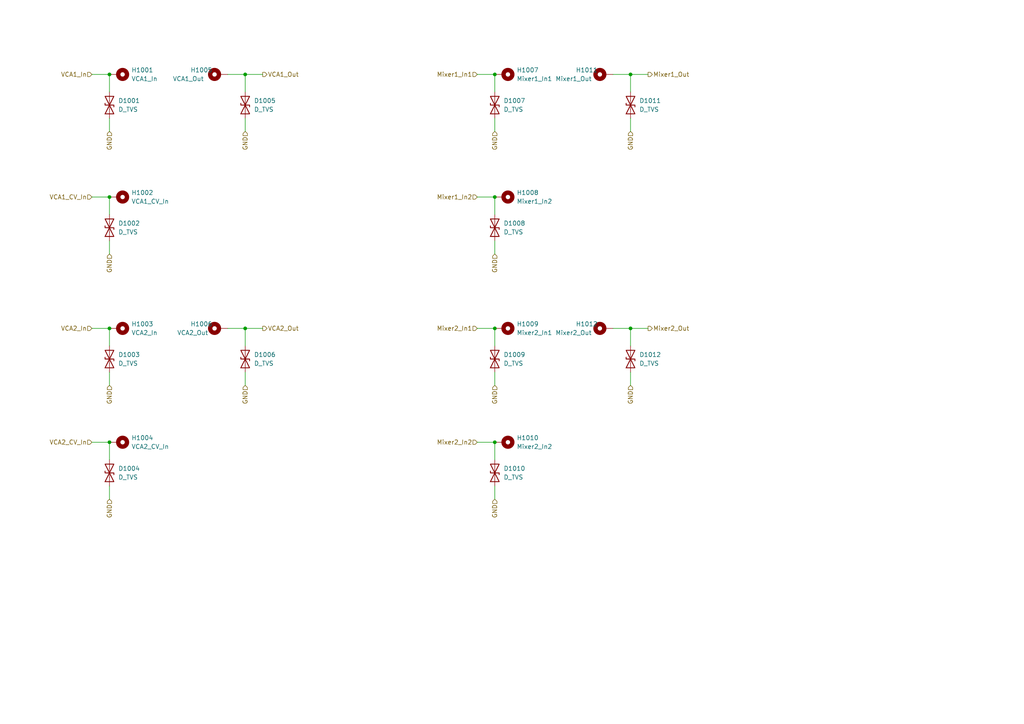
<source format=kicad_sch>
(kicad_sch (version 20211123) (generator eeschema)
  (paper "A4")
  (lib_symbols
    (symbol "Device:D_TVS" (pin_numbers hide) (pin_names (offset 1.016) hide)
      (property "Reference" "D" (at 0 2.54 0))
      (property "Value" "D_TVS" (at 0 -2.54 0))
      (symbol "D_TVS_0_1"
        (polyline (pts (xy 1.27 0) (xy -1.27 0)))
        (polyline (pts (xy 0.508 1.27) (xy 0 1.27) (xy 0 -1.27) (xy -0.508 -1.27)) (stroke (width 0.254)))
        (polyline (pts (xy -2.54 1.27) (xy -2.54 -1.27) (xy 2.54 1.27) (xy 2.54 -1.27) (xy -2.54 1.27)) (stroke (width 0.254)))
      )
      (symbol "D_TVS_1_1"
        (pin passive line (at -3.81 0 0) (length 2.54) (name "A1") (number "1"))
        (pin passive line (at 3.81 0 180) (length 2.54) (name "A2") (number "2"))
      )
    )
    (symbol "Mechanical:MountingHole_Pad" (pin_numbers hide) (pin_names (offset 1.016) hide)
      (property "Reference" "H" (at 0 6.35 0))
      (property "Value" "MountingHole_Pad" (at 0 4.445 0))
      (symbol "MountingHole_Pad_0_1"
        (circle (center 0 1.27) (radius 1.27) (stroke (width 1.27)))
      )
      (symbol "MountingHole_Pad_1_1"
        (pin input line (at 0 -2.54 90) (length 2.54) (name "1") (number "1"))
      )
    )
  )
  (junction (at 71.12 21.59))
  (junction (at 31.75 95.25))
  (junction (at 143.51 57.15))
  (junction (at 71.12 95.25))
  (junction (at 143.51 95.25))
  (junction (at 143.51 21.59))
  (junction (at 31.75 21.59))
  (junction (at 31.75 57.15))
  (junction (at 31.75 128.27))
  (junction (at 182.88 21.59))
  (junction (at 182.88 95.25))
  (junction (at 143.51 128.27))
  (wire (pts (xy 143.51 107.95) (xy 143.51 111.76)))
  (wire (pts (xy 71.12 95.25) (xy 76.2 95.25)))
  (wire (pts (xy 143.51 128.27) (xy 143.51 133.35)))
  (wire (pts (xy 182.88 21.59) (xy 187.96 21.59)))
  (wire (pts (xy 31.75 57.15) (xy 31.75 62.23)))
  (wire (pts (xy 26.67 57.15) (xy 31.75 57.15)))
  (wire (pts (xy 143.51 140.97) (xy 143.51 144.78)))
  (wire (pts (xy 71.12 21.59) (xy 76.2 21.59)))
  (wire (pts (xy 31.75 107.95) (xy 31.75 111.76)))
  (wire (pts (xy 138.43 128.27) (xy 143.51 128.27)))
  (wire (pts (xy 143.51 57.15) (xy 143.51 62.23)))
  (wire (pts (xy 31.75 95.25) (xy 31.75 100.33)))
  (wire (pts (xy 138.43 95.25) (xy 143.51 95.25)))
  (wire (pts (xy 26.67 95.25) (xy 31.75 95.25)))
  (wire (pts (xy 71.12 95.25) (xy 71.12 100.33)))
  (wire (pts (xy 182.88 95.25) (xy 187.96 95.25)))
  (wire (pts (xy 71.12 107.95) (xy 71.12 111.76)))
  (wire (pts (xy 182.88 95.25) (xy 182.88 100.33)))
  (wire (pts (xy 143.51 34.29) (xy 143.51 38.1)))
  (wire (pts (xy 182.88 21.59) (xy 182.88 26.67)))
  (wire (pts (xy 177.8 95.25) (xy 182.88 95.25)))
  (wire (pts (xy 66.04 21.59) (xy 71.12 21.59)))
  (wire (pts (xy 143.51 69.85) (xy 143.51 73.66)))
  (wire (pts (xy 71.12 21.59) (xy 71.12 26.67)))
  (wire (pts (xy 31.75 21.59) (xy 31.75 26.67)))
  (wire (pts (xy 31.75 69.85) (xy 31.75 73.66)))
  (wire (pts (xy 143.51 95.25) (xy 143.51 100.33)))
  (wire (pts (xy 31.75 140.97) (xy 31.75 144.78)))
  (wire (pts (xy 26.67 21.59) (xy 31.75 21.59)))
  (wire (pts (xy 31.75 34.29) (xy 31.75 38.1)))
  (wire (pts (xy 177.8 21.59) (xy 182.88 21.59)))
  (wire (pts (xy 138.43 57.15) (xy 143.51 57.15)))
  (wire (pts (xy 31.75 128.27) (xy 31.75 133.35)))
  (wire (pts (xy 182.88 107.95) (xy 182.88 111.76)))
  (wire (pts (xy 182.88 34.29) (xy 182.88 38.1)))
  (wire (pts (xy 138.43 21.59) (xy 143.51 21.59)))
  (wire (pts (xy 71.12 34.29) (xy 71.12 38.1)))
  (wire (pts (xy 26.67 128.27) (xy 31.75 128.27)))
  (wire (pts (xy 143.51 21.59) (xy 143.51 26.67)))
  (wire (pts (xy 66.04 95.25) (xy 71.12 95.25)))
  (hierarchical_label "GND" (shape input) (at 31.75 144.78 270))
  (hierarchical_label "GND" (shape input) (at 71.12 111.76 270))
  (hierarchical_label "Mixer1_Out" (shape output) (at 187.96 21.59 0))
  (hierarchical_label "VCA1_CV_In" (shape input) (at 26.67 57.15 180))
  (hierarchical_label "GND" (shape input) (at 31.75 73.66 270))
  (hierarchical_label "GND" (shape input) (at 143.51 111.76 270))
  (hierarchical_label "Mixer2_In2" (shape input) (at 138.43 128.27 180))
  (hierarchical_label "VCA1_In" (shape input) (at 26.67 21.59 180))
  (hierarchical_label "GND" (shape input) (at 71.12 38.1 270))
  (hierarchical_label "GND" (shape input) (at 31.75 38.1 270))
  (hierarchical_label "VCA2_In" (shape input) (at 26.67 95.25 180))
  (hierarchical_label "VCA2_CV_In" (shape input) (at 26.67 128.27 180))
  (hierarchical_label "Mixer2_In1" (shape input) (at 138.43 95.25 180))
  (hierarchical_label "GND" (shape input) (at 182.88 38.1 270))
  (hierarchical_label "GND" (shape input) (at 143.51 73.66 270))
  (hierarchical_label "GND" (shape input) (at 143.51 144.78 270))
  (hierarchical_label "Mixer1_In1" (shape input) (at 138.43 21.59 180))
  (hierarchical_label "GND" (shape input) (at 143.51 38.1 270))
  (hierarchical_label "VCA1_Out" (shape output) (at 76.2 21.59 0))
  (hierarchical_label "GND" (shape input) (at 182.88 111.76 270))
  (hierarchical_label "Mixer1_In2" (shape input) (at 138.43 57.15 180))
  (hierarchical_label "Mixer2_Out" (shape output) (at 187.96 95.25 0))
  (hierarchical_label "GND" (shape input) (at 31.75 111.76 270))
  (hierarchical_label "VCA2_Out" (shape output) (at 76.2 95.25 0))
  (symbol (lib_id "Device:D_TVS") (at 182.88 30.48 90) (unit 1)
    (property "Reference" "D1011" (at 185.42 29.2099 90) (effects (justify right)))
    (property "Value" "D_TVS" (at 185.42 31.7499 90) (effects (justify right)))
    (property "Footprint" "Diode_SMD:D_SOD-323_HandSoldering" (effects hide))
  )
  (symbol (lib_id "Device:D_TVS") (at 143.51 137.16 90) (unit 1)
    (property "Reference" "D1010" (at 146.05 135.8899 90) (effects (justify right)))
    (property "Value" "D_TVS" (at 146.05 138.4299 90) (effects (justify right)))
    (property "Footprint" "Diode_SMD:D_SOD-323_HandSoldering" (effects hide))
  )
  (symbol (lib_id "Mechanical:MountingHole_Pad") (at 146.05 128.27 270) (unit 1)
    (property "Reference" "H1010" (at 149.86 126.9999 90) (effects (justify left)))
    (property "Value" "Mixer2_In2" (at 149.86 129.5399 90) (effects (justify left)))
    (property "Footprint" "MountingHole:MountingHole_4.3mm_M4_Pad_TopBottom" (effects hide))
  )
  (symbol (lib_id "Device:D_TVS") (at 71.12 30.48 90) (unit 1)
    (property "Reference" "D1005" (at 73.66 29.2099 90) (effects (justify right)))
    (property "Value" "D_TVS" (at 73.66 31.7499 90) (effects (justify right)))
    (property "Footprint" "Diode_SMD:D_SOD-323_HandSoldering" (effects hide))
  )
  (symbol (lib_id "Device:D_TVS") (at 71.12 104.14 90) (unit 1)
    (property "Reference" "D1006" (at 73.66 102.8699 90) (effects (justify right)))
    (property "Value" "D_TVS" (at 73.66 105.4099 90) (effects (justify right)))
    (property "Footprint" "Diode_SMD:D_SOD-323_HandSoldering" (effects hide))
  )
  (symbol (lib_id "Mechanical:MountingHole_Pad") (at 34.29 128.27 270) (unit 1)
    (property "Reference" "H1004" (at 38.1 126.9999 90) (effects (justify left)))
    (property "Value" "VCA2_CV_In" (at 38.1 129.5399 90) (effects (justify left)))
    (property "Footprint" "MountingHole:MountingHole_4.3mm_M4_Pad_TopBottom" (effects hide))
  )
  (symbol (lib_id "Device:D_TVS") (at 143.51 30.48 90) (unit 1)
    (property "Reference" "D1007" (at 146.05 29.2099 90) (effects (justify right)))
    (property "Value" "D_TVS" (at 146.05 31.7499 90) (effects (justify right)))
    (property "Footprint" "Diode_SMD:D_SOD-323_HandSoldering" (effects hide))
  )
  (symbol (lib_id "Mechanical:MountingHole_Pad") (at 34.29 95.25 270) (unit 1)
    (property "Reference" "H1003" (at 38.1 93.9799 90) (effects (justify left)))
    (property "Value" "VCA2_In" (at 38.1 96.5199 90) (effects (justify left)))
    (property "Footprint" "MountingHole:MountingHole_4.3mm_M4_Pad_TopBottom" (effects hide))
  )
  (symbol (lib_id "Device:D_TVS") (at 182.88 104.14 90) (unit 1)
    (property "Reference" "D1012" (at 185.42 102.8699 90) (effects (justify right)))
    (property "Value" "D_TVS" (at 185.42 105.4099 90) (effects (justify right)))
    (property "Footprint" "Diode_SMD:D_SOD-323_HandSoldering" (effects hide))
  )
  (symbol (lib_id "Device:D_TVS") (at 31.75 137.16 90) (unit 1)
    (property "Reference" "D1004" (at 34.29 135.8899 90) (effects (justify right)))
    (property "Value" "D_TVS" (at 34.29 138.4299 90) (effects (justify right)))
    (property "Footprint" "Diode_SMD:D_SOD-323_HandSoldering" (effects hide))
  )
  (symbol (lib_id "Mechanical:MountingHole_Pad") (at 34.29 57.15 270) (unit 1)
    (property "Reference" "H1002" (at 38.1 55.8799 90) (effects (justify left)))
    (property "Value" "VCA1_CV_In" (at 38.1 58.4199 90) (effects (justify left)))
    (property "Footprint" "MountingHole:MountingHole_4.3mm_M4_Pad_TopBottom" (effects hide))
  )
  (symbol (lib_id "Device:D_TVS") (at 143.51 104.14 90) (unit 1)
    (property "Reference" "D1009" (at 146.05 102.8699 90) (effects (justify right)))
    (property "Value" "D_TVS" (at 146.05 105.4099 90) (effects (justify right)))
    (property "Footprint" "Diode_SMD:D_SOD-323_HandSoldering" (effects hide))
  )
  (symbol (lib_id "Device:D_TVS") (at 143.51 66.04 90) (unit 1)
    (property "Reference" "D1008" (at 146.05 64.7699 90) (effects (justify right)))
    (property "Value" "D_TVS" (at 146.05 67.3099 90) (effects (justify right)))
    (property "Footprint" "Diode_SMD:D_SOD-323_HandSoldering" (effects hide))
  )
  (symbol (lib_id "Mechanical:MountingHole_Pad") (at 175.26 95.25 90) (unit 1)
    (property "Reference" "H1012" (at 170.18 93.98 90))
    (property "Value" "Mixer2_Out" (at 166.37 96.52 90))
    (property "Footprint" "MountingHole:MountingHole_4.3mm_M4_Pad_TopBottom" (effects hide))
  )
  (symbol (lib_id "Mechanical:MountingHole_Pad") (at 146.05 57.15 270) (unit 1)
    (property "Reference" "H1008" (at 149.86 55.8799 90) (effects (justify left)))
    (property "Value" "Mixer1_In2" (at 149.86 58.4199 90) (effects (justify left)))
    (property "Footprint" "MountingHole:MountingHole_4.3mm_M4_Pad_TopBottom" (effects hide))
  )
  (symbol (lib_id "Mechanical:MountingHole_Pad") (at 63.5 21.59 90) (unit 1)
    (property "Reference" "H1005" (at 58.42 20.32 90))
    (property "Value" "VCA1_Out" (at 54.61 22.86 90))
    (property "Footprint" "MountingHole:MountingHole_4.3mm_M4_Pad_TopBottom" (effects hide))
  )
  (symbol (lib_id "Mechanical:MountingHole_Pad") (at 146.05 95.25 270) (unit 1)
    (property "Reference" "H1009" (at 149.86 93.9799 90) (effects (justify left)))
    (property "Value" "Mixer2_In1" (at 149.86 96.5199 90) (effects (justify left)))
    (property "Footprint" "MountingHole:MountingHole_4.3mm_M4_Pad_TopBottom" (effects hide))
  )
  (symbol (lib_id "Mechanical:MountingHole_Pad") (at 63.5 95.25 90) (unit 1)
    (property "Reference" "H1006" (at 58.42 93.98 90))
    (property "Value" "VCA2_Out" (at 55.88 96.52 90))
    (property "Footprint" "MountingHole:MountingHole_4.3mm_M4_Pad_TopBottom" (effects hide))
  )
  (symbol (lib_id "Device:D_TVS") (at 31.75 66.04 90) (unit 1)
    (property "Reference" "D1002" (at 34.29 64.7699 90) (effects (justify right)))
    (property "Value" "D_TVS" (at 34.29 67.3099 90) (effects (justify right)))
    (property "Footprint" "Diode_SMD:D_SOD-323_HandSoldering" (effects hide))
  )
  (symbol (lib_id "Mechanical:MountingHole_Pad") (at 34.29 21.59 270) (unit 1)
    (property "Reference" "H1001" (at 38.1 20.3199 90) (effects (justify left)))
    (property "Value" "VCA1_In" (at 38.1 22.8599 90) (effects (justify left)))
    (property "Footprint" "MountingHole:MountingHole_4.3mm_M4_Pad_TopBottom" (effects hide))
  )
  (symbol (lib_id "Mechanical:MountingHole_Pad") (at 175.26 21.59 90) (unit 1)
    (property "Reference" "H1011" (at 170.18 20.32 90))
    (property "Value" "Mixer1_Out" (at 166.37 22.86 90))
    (property "Footprint" "MountingHole:MountingHole_4.3mm_M4_Pad_TopBottom" (effects hide))
  )
  (symbol (lib_id "Device:D_TVS") (at 31.75 104.14 90) (unit 1)
    (property "Reference" "D1003" (at 34.29 102.8699 90) (effects (justify right)))
    (property "Value" "D_TVS" (at 34.29 105.4099 90) (effects (justify right)))
    (property "Footprint" "Diode_SMD:D_SOD-323_HandSoldering" (effects hide))
  )
  (symbol (lib_id "Mechanical:MountingHole_Pad") (at 146.05 21.59 270) (unit 1)
    (property "Reference" "H1007" (at 149.86 20.3199 90) (effects (justify left)))
    (property "Value" "Mixer1_In1" (at 149.86 22.8599 90) (effects (justify left)))
    (property "Footprint" "MountingHole:MountingHole_4.3mm_M4_Pad_TopBottom" (effects hide))
  )
  (symbol (lib_id "Device:D_TVS") (at 31.75 30.48 90) (unit 1)
    (property "Reference" "D1001" (at 34.29 29.2099 90) (effects (justify right)))
    (property "Value" "D_TVS" (at 34.29 31.7499 90) (effects (justify right)))
    (property "Footprint" "Diode_SMD:D_SOD-323_HandSoldering" (effects hide))
  )
)
</source>
